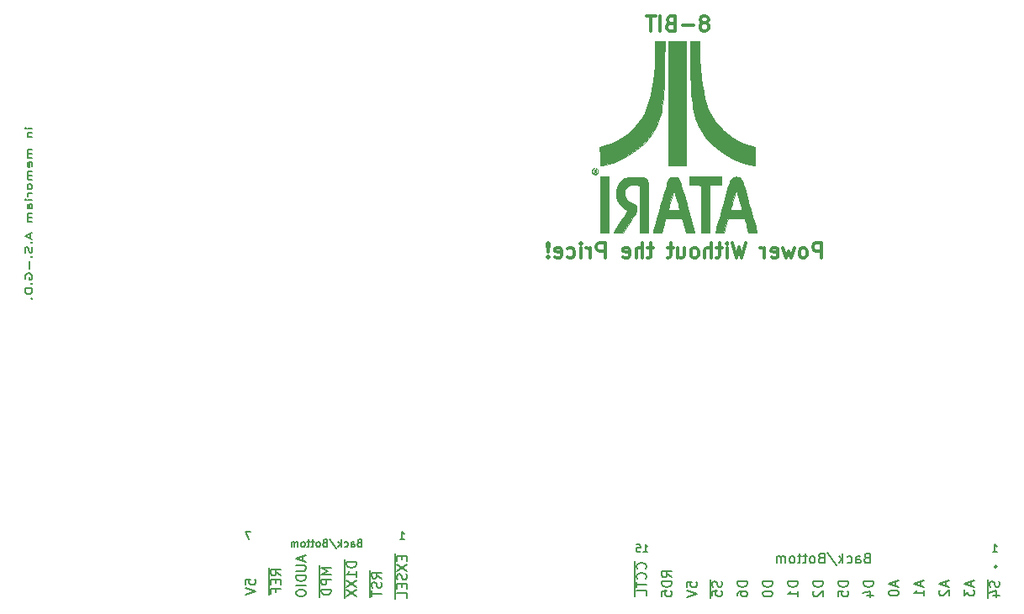
<source format=gbo>
G04 #@! TF.FileFunction,Legend,Bot*
%FSLAX46Y46*%
G04 Gerber Fmt 4.6, Leading zero omitted, Abs format (unit mm)*
G04 Created by KiCad (PCBNEW 4.0.2+dfsg1-stable) date Thu 10 Jan 2019 07:37:44 CET*
%MOMM*%
G01*
G04 APERTURE LIST*
%ADD10C,0.100000*%
%ADD11C,0.150000*%
%ADD12C,0.300000*%
%ADD13C,0.010000*%
G04 APERTURE END LIST*
D10*
D11*
X87946667Y-85408573D02*
X87480000Y-85408573D01*
X87246667Y-85408573D02*
X87280000Y-85360954D01*
X87313333Y-85408573D01*
X87280000Y-85456192D01*
X87246667Y-85408573D01*
X87313333Y-85408573D01*
X87480000Y-85884763D02*
X87946667Y-85884763D01*
X87546667Y-85884763D02*
X87513333Y-85932382D01*
X87480000Y-86027620D01*
X87480000Y-86170478D01*
X87513333Y-86265716D01*
X87580000Y-86313335D01*
X87946667Y-86313335D01*
X87946667Y-87551430D02*
X87480000Y-87551430D01*
X87546667Y-87551430D02*
X87513333Y-87599049D01*
X87480000Y-87694287D01*
X87480000Y-87837145D01*
X87513333Y-87932383D01*
X87580000Y-87980002D01*
X87946667Y-87980002D01*
X87580000Y-87980002D02*
X87513333Y-88027621D01*
X87480000Y-88122859D01*
X87480000Y-88265716D01*
X87513333Y-88360954D01*
X87580000Y-88408573D01*
X87946667Y-88408573D01*
X87913333Y-89265716D02*
X87946667Y-89170478D01*
X87946667Y-88980001D01*
X87913333Y-88884763D01*
X87846667Y-88837144D01*
X87580000Y-88837144D01*
X87513333Y-88884763D01*
X87480000Y-88980001D01*
X87480000Y-89170478D01*
X87513333Y-89265716D01*
X87580000Y-89313335D01*
X87646667Y-89313335D01*
X87713333Y-88837144D01*
X87946667Y-89741906D02*
X87480000Y-89741906D01*
X87546667Y-89741906D02*
X87513333Y-89789525D01*
X87480000Y-89884763D01*
X87480000Y-90027621D01*
X87513333Y-90122859D01*
X87580000Y-90170478D01*
X87946667Y-90170478D01*
X87580000Y-90170478D02*
X87513333Y-90218097D01*
X87480000Y-90313335D01*
X87480000Y-90456192D01*
X87513333Y-90551430D01*
X87580000Y-90599049D01*
X87946667Y-90599049D01*
X87946667Y-91218096D02*
X87913333Y-91122858D01*
X87880000Y-91075239D01*
X87813333Y-91027620D01*
X87613333Y-91027620D01*
X87546667Y-91075239D01*
X87513333Y-91122858D01*
X87480000Y-91218096D01*
X87480000Y-91360954D01*
X87513333Y-91456192D01*
X87546667Y-91503811D01*
X87613333Y-91551430D01*
X87813333Y-91551430D01*
X87880000Y-91503811D01*
X87913333Y-91456192D01*
X87946667Y-91360954D01*
X87946667Y-91218096D01*
X87946667Y-91980001D02*
X87480000Y-91980001D01*
X87613333Y-91980001D02*
X87546667Y-92027620D01*
X87513333Y-92075239D01*
X87480000Y-92170477D01*
X87480000Y-92265716D01*
X87946667Y-92599049D02*
X87480000Y-92599049D01*
X87246667Y-92599049D02*
X87280000Y-92551430D01*
X87313333Y-92599049D01*
X87280000Y-92646668D01*
X87246667Y-92599049D01*
X87313333Y-92599049D01*
X87946667Y-93503811D02*
X87580000Y-93503811D01*
X87513333Y-93456192D01*
X87480000Y-93360954D01*
X87480000Y-93170477D01*
X87513333Y-93075239D01*
X87913333Y-93503811D02*
X87946667Y-93408573D01*
X87946667Y-93170477D01*
X87913333Y-93075239D01*
X87846667Y-93027620D01*
X87780000Y-93027620D01*
X87713333Y-93075239D01*
X87680000Y-93170477D01*
X87680000Y-93408573D01*
X87646667Y-93503811D01*
X87946667Y-93980001D02*
X87480000Y-93980001D01*
X87546667Y-93980001D02*
X87513333Y-94027620D01*
X87480000Y-94122858D01*
X87480000Y-94265716D01*
X87513333Y-94360954D01*
X87580000Y-94408573D01*
X87946667Y-94408573D01*
X87580000Y-94408573D02*
X87513333Y-94456192D01*
X87480000Y-94551430D01*
X87480000Y-94694287D01*
X87513333Y-94789525D01*
X87580000Y-94837144D01*
X87946667Y-94837144D01*
X87746667Y-96027620D02*
X87746667Y-96503811D01*
X87946667Y-95932382D02*
X87246667Y-96265715D01*
X87946667Y-96599049D01*
X87880000Y-96932382D02*
X87913333Y-96980001D01*
X87946667Y-96932382D01*
X87913333Y-96884763D01*
X87880000Y-96932382D01*
X87946667Y-96932382D01*
X87913333Y-97360953D02*
X87946667Y-97503810D01*
X87946667Y-97741906D01*
X87913333Y-97837144D01*
X87880000Y-97884763D01*
X87813333Y-97932382D01*
X87746667Y-97932382D01*
X87680000Y-97884763D01*
X87646667Y-97837144D01*
X87613333Y-97741906D01*
X87580000Y-97551429D01*
X87546667Y-97456191D01*
X87513333Y-97408572D01*
X87446667Y-97360953D01*
X87380000Y-97360953D01*
X87313333Y-97408572D01*
X87280000Y-97456191D01*
X87246667Y-97551429D01*
X87246667Y-97789525D01*
X87280000Y-97932382D01*
X87880000Y-98360953D02*
X87913333Y-98408572D01*
X87946667Y-98360953D01*
X87913333Y-98313334D01*
X87880000Y-98360953D01*
X87946667Y-98360953D01*
X87680000Y-98837143D02*
X87680000Y-99599048D01*
X87280000Y-100599048D02*
X87246667Y-100503810D01*
X87246667Y-100360953D01*
X87280000Y-100218095D01*
X87346667Y-100122857D01*
X87413333Y-100075238D01*
X87546667Y-100027619D01*
X87646667Y-100027619D01*
X87780000Y-100075238D01*
X87846667Y-100122857D01*
X87913333Y-100218095D01*
X87946667Y-100360953D01*
X87946667Y-100456191D01*
X87913333Y-100599048D01*
X87880000Y-100646667D01*
X87646667Y-100646667D01*
X87646667Y-100456191D01*
X87880000Y-101075238D02*
X87913333Y-101122857D01*
X87946667Y-101075238D01*
X87913333Y-101027619D01*
X87880000Y-101075238D01*
X87946667Y-101075238D01*
X87946667Y-101551428D02*
X87246667Y-101551428D01*
X87246667Y-101789523D01*
X87280000Y-101932381D01*
X87346667Y-102027619D01*
X87413333Y-102075238D01*
X87546667Y-102122857D01*
X87646667Y-102122857D01*
X87780000Y-102075238D01*
X87846667Y-102027619D01*
X87913333Y-101932381D01*
X87946667Y-101789523D01*
X87946667Y-101551428D01*
X87880000Y-102551428D02*
X87913333Y-102599047D01*
X87946667Y-102551428D01*
X87913333Y-102503809D01*
X87880000Y-102551428D01*
X87946667Y-102551428D01*
D12*
X167420000Y-98468571D02*
X167420000Y-96968571D01*
X166848572Y-96968571D01*
X166705714Y-97040000D01*
X166634286Y-97111429D01*
X166562857Y-97254286D01*
X166562857Y-97468571D01*
X166634286Y-97611429D01*
X166705714Y-97682857D01*
X166848572Y-97754286D01*
X167420000Y-97754286D01*
X165705714Y-98468571D02*
X165848572Y-98397143D01*
X165920000Y-98325714D01*
X165991429Y-98182857D01*
X165991429Y-97754286D01*
X165920000Y-97611429D01*
X165848572Y-97540000D01*
X165705714Y-97468571D01*
X165491429Y-97468571D01*
X165348572Y-97540000D01*
X165277143Y-97611429D01*
X165205714Y-97754286D01*
X165205714Y-98182857D01*
X165277143Y-98325714D01*
X165348572Y-98397143D01*
X165491429Y-98468571D01*
X165705714Y-98468571D01*
X164705714Y-97468571D02*
X164420000Y-98468571D01*
X164134286Y-97754286D01*
X163848571Y-98468571D01*
X163562857Y-97468571D01*
X162420000Y-98397143D02*
X162562857Y-98468571D01*
X162848571Y-98468571D01*
X162991428Y-98397143D01*
X163062857Y-98254286D01*
X163062857Y-97682857D01*
X162991428Y-97540000D01*
X162848571Y-97468571D01*
X162562857Y-97468571D01*
X162420000Y-97540000D01*
X162348571Y-97682857D01*
X162348571Y-97825714D01*
X163062857Y-97968571D01*
X161705714Y-98468571D02*
X161705714Y-97468571D01*
X161705714Y-97754286D02*
X161634286Y-97611429D01*
X161562857Y-97540000D01*
X161420000Y-97468571D01*
X161277143Y-97468571D01*
X159777143Y-96968571D02*
X159420000Y-98468571D01*
X159134286Y-97397143D01*
X158848572Y-98468571D01*
X158491429Y-96968571D01*
X157920000Y-98468571D02*
X157920000Y-97468571D01*
X157920000Y-96968571D02*
X157991429Y-97040000D01*
X157920000Y-97111429D01*
X157848572Y-97040000D01*
X157920000Y-96968571D01*
X157920000Y-97111429D01*
X157420000Y-97468571D02*
X156848571Y-97468571D01*
X157205714Y-96968571D02*
X157205714Y-98254286D01*
X157134286Y-98397143D01*
X156991428Y-98468571D01*
X156848571Y-98468571D01*
X156348571Y-98468571D02*
X156348571Y-96968571D01*
X155705714Y-98468571D02*
X155705714Y-97682857D01*
X155777143Y-97540000D01*
X155920000Y-97468571D01*
X156134285Y-97468571D01*
X156277143Y-97540000D01*
X156348571Y-97611429D01*
X154777142Y-98468571D02*
X154920000Y-98397143D01*
X154991428Y-98325714D01*
X155062857Y-98182857D01*
X155062857Y-97754286D01*
X154991428Y-97611429D01*
X154920000Y-97540000D01*
X154777142Y-97468571D01*
X154562857Y-97468571D01*
X154420000Y-97540000D01*
X154348571Y-97611429D01*
X154277142Y-97754286D01*
X154277142Y-98182857D01*
X154348571Y-98325714D01*
X154420000Y-98397143D01*
X154562857Y-98468571D01*
X154777142Y-98468571D01*
X152991428Y-97468571D02*
X152991428Y-98468571D01*
X153634285Y-97468571D02*
X153634285Y-98254286D01*
X153562857Y-98397143D01*
X153419999Y-98468571D01*
X153205714Y-98468571D01*
X153062857Y-98397143D01*
X152991428Y-98325714D01*
X152491428Y-97468571D02*
X151919999Y-97468571D01*
X152277142Y-96968571D02*
X152277142Y-98254286D01*
X152205714Y-98397143D01*
X152062856Y-98468571D01*
X151919999Y-98468571D01*
X150491428Y-97468571D02*
X149919999Y-97468571D01*
X150277142Y-96968571D02*
X150277142Y-98254286D01*
X150205714Y-98397143D01*
X150062856Y-98468571D01*
X149919999Y-98468571D01*
X149419999Y-98468571D02*
X149419999Y-96968571D01*
X148777142Y-98468571D02*
X148777142Y-97682857D01*
X148848571Y-97540000D01*
X148991428Y-97468571D01*
X149205713Y-97468571D01*
X149348571Y-97540000D01*
X149419999Y-97611429D01*
X147491428Y-98397143D02*
X147634285Y-98468571D01*
X147919999Y-98468571D01*
X148062856Y-98397143D01*
X148134285Y-98254286D01*
X148134285Y-97682857D01*
X148062856Y-97540000D01*
X147919999Y-97468571D01*
X147634285Y-97468571D01*
X147491428Y-97540000D01*
X147419999Y-97682857D01*
X147419999Y-97825714D01*
X148134285Y-97968571D01*
X145634285Y-98468571D02*
X145634285Y-96968571D01*
X145062857Y-96968571D01*
X144919999Y-97040000D01*
X144848571Y-97111429D01*
X144777142Y-97254286D01*
X144777142Y-97468571D01*
X144848571Y-97611429D01*
X144919999Y-97682857D01*
X145062857Y-97754286D01*
X145634285Y-97754286D01*
X144134285Y-98468571D02*
X144134285Y-97468571D01*
X144134285Y-97754286D02*
X144062857Y-97611429D01*
X143991428Y-97540000D01*
X143848571Y-97468571D01*
X143705714Y-97468571D01*
X143205714Y-98468571D02*
X143205714Y-97468571D01*
X143205714Y-96968571D02*
X143277143Y-97040000D01*
X143205714Y-97111429D01*
X143134286Y-97040000D01*
X143205714Y-96968571D01*
X143205714Y-97111429D01*
X141848571Y-98397143D02*
X141991428Y-98468571D01*
X142277142Y-98468571D01*
X142420000Y-98397143D01*
X142491428Y-98325714D01*
X142562857Y-98182857D01*
X142562857Y-97754286D01*
X142491428Y-97611429D01*
X142420000Y-97540000D01*
X142277142Y-97468571D01*
X141991428Y-97468571D01*
X141848571Y-97540000D01*
X140634286Y-98397143D02*
X140777143Y-98468571D01*
X141062857Y-98468571D01*
X141205714Y-98397143D01*
X141277143Y-98254286D01*
X141277143Y-97682857D01*
X141205714Y-97540000D01*
X141062857Y-97468571D01*
X140777143Y-97468571D01*
X140634286Y-97540000D01*
X140562857Y-97682857D01*
X140562857Y-97825714D01*
X141277143Y-97968571D01*
X139920000Y-98325714D02*
X139848572Y-98397143D01*
X139920000Y-98468571D01*
X139991429Y-98397143D01*
X139920000Y-98325714D01*
X139920000Y-98468571D01*
X139920000Y-97897143D02*
X139991429Y-97040000D01*
X139920000Y-96968571D01*
X139848572Y-97040000D01*
X139920000Y-97897143D01*
X139920000Y-96968571D01*
X155784999Y-74751429D02*
X155927857Y-74680000D01*
X155999285Y-74608571D01*
X156070714Y-74465714D01*
X156070714Y-74394286D01*
X155999285Y-74251429D01*
X155927857Y-74180000D01*
X155784999Y-74108571D01*
X155499285Y-74108571D01*
X155356428Y-74180000D01*
X155284999Y-74251429D01*
X155213571Y-74394286D01*
X155213571Y-74465714D01*
X155284999Y-74608571D01*
X155356428Y-74680000D01*
X155499285Y-74751429D01*
X155784999Y-74751429D01*
X155927857Y-74822857D01*
X155999285Y-74894286D01*
X156070714Y-75037143D01*
X156070714Y-75322857D01*
X155999285Y-75465714D01*
X155927857Y-75537143D01*
X155784999Y-75608571D01*
X155499285Y-75608571D01*
X155356428Y-75537143D01*
X155284999Y-75465714D01*
X155213571Y-75322857D01*
X155213571Y-75037143D01*
X155284999Y-74894286D01*
X155356428Y-74822857D01*
X155499285Y-74751429D01*
X154570714Y-75037143D02*
X153427857Y-75037143D01*
X152213571Y-74822857D02*
X151999285Y-74894286D01*
X151927857Y-74965714D01*
X151856428Y-75108571D01*
X151856428Y-75322857D01*
X151927857Y-75465714D01*
X151999285Y-75537143D01*
X152142143Y-75608571D01*
X152713571Y-75608571D01*
X152713571Y-74108571D01*
X152213571Y-74108571D01*
X152070714Y-74180000D01*
X151999285Y-74251429D01*
X151927857Y-74394286D01*
X151927857Y-74537143D01*
X151999285Y-74680000D01*
X152070714Y-74751429D01*
X152213571Y-74822857D01*
X152713571Y-74822857D01*
X151213571Y-75608571D02*
X151213571Y-74108571D01*
X150713571Y-74108571D02*
X149856428Y-74108571D01*
X150284999Y-75608571D02*
X150284999Y-74108571D01*
D11*
X185117490Y-129603500D02*
G75*
G03X185117490Y-129603500I-141990J0D01*
G01*
X185039000Y-129603500D02*
G75*
G03X185039000Y-129603500I-63500J0D01*
G01*
D13*
G36*
X158611950Y-90333784D02*
X158420492Y-90441839D01*
X158276369Y-90619184D01*
X158196716Y-90810389D01*
X158169535Y-90903989D01*
X158123501Y-91064794D01*
X158060996Y-91284362D01*
X157984397Y-91554253D01*
X157896084Y-91866024D01*
X157798437Y-92211237D01*
X157693834Y-92581448D01*
X157584654Y-92968218D01*
X157473277Y-93363106D01*
X157362083Y-93757670D01*
X157253449Y-94143469D01*
X157149755Y-94512064D01*
X157053382Y-94855012D01*
X156966706Y-95163872D01*
X156892109Y-95430205D01*
X156831968Y-95645568D01*
X156788664Y-95801521D01*
X156764575Y-95889623D01*
X156760333Y-95906451D01*
X156799673Y-95915228D01*
X156905727Y-95922187D01*
X157060549Y-95926440D01*
X157182448Y-95927333D01*
X157604563Y-95927333D01*
X157687575Y-95641583D01*
X157736985Y-95470299D01*
X157798976Y-95253693D01*
X157863207Y-95027946D01*
X157890233Y-94932500D01*
X158009880Y-94509166D01*
X158831966Y-94497642D01*
X159088008Y-94495703D01*
X159314946Y-94497119D01*
X159499227Y-94501548D01*
X159627299Y-94508651D01*
X159685607Y-94518087D01*
X159687058Y-94519124D01*
X159708860Y-94569205D01*
X159748145Y-94686723D01*
X159800470Y-94857337D01*
X159861394Y-95066705D01*
X159906919Y-95229148D01*
X160093776Y-95906166D01*
X160522555Y-95918230D01*
X160701442Y-95921283D01*
X160843742Y-95919941D01*
X160931666Y-95914599D01*
X160951333Y-95908701D01*
X160940119Y-95862821D01*
X160908093Y-95744099D01*
X160857681Y-95561109D01*
X160791309Y-95322422D01*
X160711401Y-95036613D01*
X160620384Y-94712254D01*
X160520683Y-94357919D01*
X160414723Y-93982182D01*
X160314414Y-93627176D01*
X159457048Y-93627176D01*
X159450572Y-93649705D01*
X159404021Y-93665616D01*
X159306830Y-93675907D01*
X159148436Y-93681572D01*
X158918278Y-93683607D01*
X158857510Y-93683666D01*
X158616354Y-93682939D01*
X158447761Y-93679762D01*
X158339632Y-93672640D01*
X158279868Y-93660077D01*
X158256372Y-93640580D01*
X158257044Y-93612653D01*
X158257903Y-93609583D01*
X158276543Y-93545381D01*
X158314273Y-93415205D01*
X158366644Y-93234409D01*
X158429210Y-93018350D01*
X158475583Y-92858166D01*
X158549086Y-92604391D01*
X158621732Y-92353819D01*
X158687060Y-92128726D01*
X158738606Y-91951387D01*
X158757422Y-91886793D01*
X158807388Y-91731859D01*
X158845165Y-91654518D01*
X158873761Y-91649074D01*
X158878915Y-91656592D01*
X158900330Y-91714482D01*
X158940598Y-91841415D01*
X158995961Y-92024843D01*
X159062663Y-92252218D01*
X159136947Y-92510991D01*
X159175006Y-92645559D01*
X159250942Y-92914501D01*
X159320080Y-93157715D01*
X159378856Y-93362793D01*
X159423705Y-93517329D01*
X159451061Y-93608912D01*
X159457048Y-93627176D01*
X160314414Y-93627176D01*
X160304930Y-93593614D01*
X160193730Y-93200791D01*
X160083547Y-92812284D01*
X159976808Y-92436667D01*
X159875938Y-92082513D01*
X159783362Y-91758395D01*
X159701507Y-91472888D01*
X159632796Y-91234563D01*
X159579657Y-91051994D01*
X159544514Y-90933755D01*
X159536638Y-90908283D01*
X159438902Y-90654877D01*
X159324680Y-90476578D01*
X159183436Y-90364036D01*
X159004633Y-90307900D01*
X158848033Y-90297158D01*
X158611950Y-90333784D01*
X158611950Y-90333784D01*
G37*
X158611950Y-90333784D02*
X158420492Y-90441839D01*
X158276369Y-90619184D01*
X158196716Y-90810389D01*
X158169535Y-90903989D01*
X158123501Y-91064794D01*
X158060996Y-91284362D01*
X157984397Y-91554253D01*
X157896084Y-91866024D01*
X157798437Y-92211237D01*
X157693834Y-92581448D01*
X157584654Y-92968218D01*
X157473277Y-93363106D01*
X157362083Y-93757670D01*
X157253449Y-94143469D01*
X157149755Y-94512064D01*
X157053382Y-94855012D01*
X156966706Y-95163872D01*
X156892109Y-95430205D01*
X156831968Y-95645568D01*
X156788664Y-95801521D01*
X156764575Y-95889623D01*
X156760333Y-95906451D01*
X156799673Y-95915228D01*
X156905727Y-95922187D01*
X157060549Y-95926440D01*
X157182448Y-95927333D01*
X157604563Y-95927333D01*
X157687575Y-95641583D01*
X157736985Y-95470299D01*
X157798976Y-95253693D01*
X157863207Y-95027946D01*
X157890233Y-94932500D01*
X158009880Y-94509166D01*
X158831966Y-94497642D01*
X159088008Y-94495703D01*
X159314946Y-94497119D01*
X159499227Y-94501548D01*
X159627299Y-94508651D01*
X159685607Y-94518087D01*
X159687058Y-94519124D01*
X159708860Y-94569205D01*
X159748145Y-94686723D01*
X159800470Y-94857337D01*
X159861394Y-95066705D01*
X159906919Y-95229148D01*
X160093776Y-95906166D01*
X160522555Y-95918230D01*
X160701442Y-95921283D01*
X160843742Y-95919941D01*
X160931666Y-95914599D01*
X160951333Y-95908701D01*
X160940119Y-95862821D01*
X160908093Y-95744099D01*
X160857681Y-95561109D01*
X160791309Y-95322422D01*
X160711401Y-95036613D01*
X160620384Y-94712254D01*
X160520683Y-94357919D01*
X160414723Y-93982182D01*
X160314414Y-93627176D01*
X159457048Y-93627176D01*
X159450572Y-93649705D01*
X159404021Y-93665616D01*
X159306830Y-93675907D01*
X159148436Y-93681572D01*
X158918278Y-93683607D01*
X158857510Y-93683666D01*
X158616354Y-93682939D01*
X158447761Y-93679762D01*
X158339632Y-93672640D01*
X158279868Y-93660077D01*
X158256372Y-93640580D01*
X158257044Y-93612653D01*
X158257903Y-93609583D01*
X158276543Y-93545381D01*
X158314273Y-93415205D01*
X158366644Y-93234409D01*
X158429210Y-93018350D01*
X158475583Y-92858166D01*
X158549086Y-92604391D01*
X158621732Y-92353819D01*
X158687060Y-92128726D01*
X158738606Y-91951387D01*
X158757422Y-91886793D01*
X158807388Y-91731859D01*
X158845165Y-91654518D01*
X158873761Y-91649074D01*
X158878915Y-91656592D01*
X158900330Y-91714482D01*
X158940598Y-91841415D01*
X158995961Y-92024843D01*
X159062663Y-92252218D01*
X159136947Y-92510991D01*
X159175006Y-92645559D01*
X159250942Y-92914501D01*
X159320080Y-93157715D01*
X159378856Y-93362793D01*
X159423705Y-93517329D01*
X159451061Y-93608912D01*
X159457048Y-93627176D01*
X160314414Y-93627176D01*
X160304930Y-93593614D01*
X160193730Y-93200791D01*
X160083547Y-92812284D01*
X159976808Y-92436667D01*
X159875938Y-92082513D01*
X159783362Y-91758395D01*
X159701507Y-91472888D01*
X159632796Y-91234563D01*
X159579657Y-91051994D01*
X159544514Y-90933755D01*
X159536638Y-90908283D01*
X159438902Y-90654877D01*
X159324680Y-90476578D01*
X159183436Y-90364036D01*
X159004633Y-90307900D01*
X158848033Y-90297158D01*
X158611950Y-90333784D01*
G36*
X154135666Y-91101333D02*
X154340830Y-91101333D01*
X154479646Y-91104461D01*
X154668455Y-91112783D01*
X154872854Y-91124700D01*
X154933496Y-91128839D01*
X155321000Y-91156344D01*
X155321000Y-95927333D01*
X156167666Y-95927333D01*
X156167666Y-91101333D01*
X157353000Y-91101333D01*
X157353000Y-90297000D01*
X154135666Y-90297000D01*
X154135666Y-91101333D01*
X154135666Y-91101333D01*
G37*
X154135666Y-91101333D02*
X154340830Y-91101333D01*
X154479646Y-91104461D01*
X154668455Y-91112783D01*
X154872854Y-91124700D01*
X154933496Y-91128839D01*
X155321000Y-91156344D01*
X155321000Y-95927333D01*
X156167666Y-95927333D01*
X156167666Y-91101333D01*
X157353000Y-91101333D01*
X157353000Y-90297000D01*
X154135666Y-90297000D01*
X154135666Y-91101333D01*
G36*
X152346270Y-90329875D02*
X152248315Y-90365006D01*
X152125648Y-90450190D01*
X152024403Y-90563585D01*
X152020495Y-90569746D01*
X151997762Y-90628081D01*
X151954706Y-90759358D01*
X151893785Y-90955032D01*
X151817457Y-91206560D01*
X151728180Y-91505397D01*
X151628411Y-91842999D01*
X151520609Y-92210823D01*
X151407231Y-92600323D01*
X151290735Y-93002955D01*
X151173579Y-93410177D01*
X151058220Y-93813442D01*
X150947118Y-94204208D01*
X150842729Y-94573930D01*
X150747511Y-94914064D01*
X150663923Y-95216066D01*
X150594422Y-95471391D01*
X150541465Y-95671496D01*
X150507512Y-95807836D01*
X150495018Y-95871867D01*
X150495000Y-95872789D01*
X150518270Y-95899471D01*
X150595323Y-95916492D01*
X150737018Y-95925276D01*
X150910605Y-95927333D01*
X151326209Y-95927333D01*
X151506121Y-95281750D01*
X151569210Y-95055480D01*
X151625417Y-94854106D01*
X151670300Y-94693531D01*
X151699414Y-94589655D01*
X151707202Y-94562083D01*
X151721143Y-94536408D01*
X151753686Y-94517413D01*
X151816069Y-94504109D01*
X151919533Y-94495506D01*
X152075313Y-94490614D01*
X152294651Y-94488444D01*
X152548521Y-94488000D01*
X152855715Y-94489572D01*
X153086288Y-94494618D01*
X153248230Y-94503632D01*
X153349535Y-94517106D01*
X153398194Y-94535534D01*
X153402918Y-94540735D01*
X153425930Y-94597762D01*
X153467325Y-94721153D01*
X153522317Y-94895837D01*
X153586117Y-95106746D01*
X153628208Y-95249819D01*
X153819249Y-95906166D01*
X154231458Y-95918282D01*
X154428020Y-95921661D01*
X154553383Y-95916907D01*
X154620750Y-95902544D01*
X154643327Y-95877099D01*
X154643666Y-95872243D01*
X154632559Y-95819965D01*
X154600858Y-95695196D01*
X154550997Y-95506922D01*
X154485410Y-95264129D01*
X154406531Y-94975801D01*
X154316793Y-94650923D01*
X154218630Y-94298481D01*
X154181756Y-94166794D01*
X154032958Y-93636249D01*
X153162000Y-93636249D01*
X153127031Y-93657450D01*
X153019481Y-93672208D01*
X152835388Y-93680842D01*
X152570788Y-93683666D01*
X152569333Y-93683666D01*
X152356335Y-93681368D01*
X152177295Y-93675056D01*
X152047360Y-93665605D01*
X151981675Y-93653890D01*
X151976666Y-93649448D01*
X151988080Y-93593476D01*
X152019653Y-93471545D01*
X152067382Y-93297372D01*
X152127266Y-93084674D01*
X152195303Y-92847169D01*
X152267491Y-92598573D01*
X152339826Y-92352603D01*
X152408309Y-92122976D01*
X152468935Y-91923410D01*
X152517703Y-91767622D01*
X152550611Y-91669327D01*
X152562488Y-91641578D01*
X152580286Y-91673161D01*
X152617104Y-91773086D01*
X152668989Y-91928203D01*
X152731991Y-92125365D01*
X152802155Y-92351423D01*
X152875532Y-92593227D01*
X152948168Y-92837628D01*
X153016112Y-93071478D01*
X153075411Y-93281628D01*
X153122115Y-93454929D01*
X153152270Y-93578233D01*
X153162000Y-93636249D01*
X154032958Y-93636249D01*
X154004790Y-93535815D01*
X153848988Y-92981233D01*
X153712634Y-92497928D01*
X153594013Y-92080780D01*
X153491409Y-91724668D01*
X153403106Y-91424473D01*
X153327390Y-91175075D01*
X153262543Y-90971353D01*
X153206852Y-90808189D01*
X153158599Y-90680460D01*
X153116070Y-90583049D01*
X153077549Y-90510834D01*
X153041320Y-90458697D01*
X153005669Y-90421515D01*
X152968878Y-90394171D01*
X152929233Y-90371543D01*
X152906015Y-90359473D01*
X152742149Y-90310456D01*
X152542536Y-90300700D01*
X152346270Y-90329875D01*
X152346270Y-90329875D01*
G37*
X152346270Y-90329875D02*
X152248315Y-90365006D01*
X152125648Y-90450190D01*
X152024403Y-90563585D01*
X152020495Y-90569746D01*
X151997762Y-90628081D01*
X151954706Y-90759358D01*
X151893785Y-90955032D01*
X151817457Y-91206560D01*
X151728180Y-91505397D01*
X151628411Y-91842999D01*
X151520609Y-92210823D01*
X151407231Y-92600323D01*
X151290735Y-93002955D01*
X151173579Y-93410177D01*
X151058220Y-93813442D01*
X150947118Y-94204208D01*
X150842729Y-94573930D01*
X150747511Y-94914064D01*
X150663923Y-95216066D01*
X150594422Y-95471391D01*
X150541465Y-95671496D01*
X150507512Y-95807836D01*
X150495018Y-95871867D01*
X150495000Y-95872789D01*
X150518270Y-95899471D01*
X150595323Y-95916492D01*
X150737018Y-95925276D01*
X150910605Y-95927333D01*
X151326209Y-95927333D01*
X151506121Y-95281750D01*
X151569210Y-95055480D01*
X151625417Y-94854106D01*
X151670300Y-94693531D01*
X151699414Y-94589655D01*
X151707202Y-94562083D01*
X151721143Y-94536408D01*
X151753686Y-94517413D01*
X151816069Y-94504109D01*
X151919533Y-94495506D01*
X152075313Y-94490614D01*
X152294651Y-94488444D01*
X152548521Y-94488000D01*
X152855715Y-94489572D01*
X153086288Y-94494618D01*
X153248230Y-94503632D01*
X153349535Y-94517106D01*
X153398194Y-94535534D01*
X153402918Y-94540735D01*
X153425930Y-94597762D01*
X153467325Y-94721153D01*
X153522317Y-94895837D01*
X153586117Y-95106746D01*
X153628208Y-95249819D01*
X153819249Y-95906166D01*
X154231458Y-95918282D01*
X154428020Y-95921661D01*
X154553383Y-95916907D01*
X154620750Y-95902544D01*
X154643327Y-95877099D01*
X154643666Y-95872243D01*
X154632559Y-95819965D01*
X154600858Y-95695196D01*
X154550997Y-95506922D01*
X154485410Y-95264129D01*
X154406531Y-94975801D01*
X154316793Y-94650923D01*
X154218630Y-94298481D01*
X154181756Y-94166794D01*
X154032958Y-93636249D01*
X153162000Y-93636249D01*
X153127031Y-93657450D01*
X153019481Y-93672208D01*
X152835388Y-93680842D01*
X152570788Y-93683666D01*
X152569333Y-93683666D01*
X152356335Y-93681368D01*
X152177295Y-93675056D01*
X152047360Y-93665605D01*
X151981675Y-93653890D01*
X151976666Y-93649448D01*
X151988080Y-93593476D01*
X152019653Y-93471545D01*
X152067382Y-93297372D01*
X152127266Y-93084674D01*
X152195303Y-92847169D01*
X152267491Y-92598573D01*
X152339826Y-92352603D01*
X152408309Y-92122976D01*
X152468935Y-91923410D01*
X152517703Y-91767622D01*
X152550611Y-91669327D01*
X152562488Y-91641578D01*
X152580286Y-91673161D01*
X152617104Y-91773086D01*
X152668989Y-91928203D01*
X152731991Y-92125365D01*
X152802155Y-92351423D01*
X152875532Y-92593227D01*
X152948168Y-92837628D01*
X153016112Y-93071478D01*
X153075411Y-93281628D01*
X153122115Y-93454929D01*
X153152270Y-93578233D01*
X153162000Y-93636249D01*
X154032958Y-93636249D01*
X154004790Y-93535815D01*
X153848988Y-92981233D01*
X153712634Y-92497928D01*
X153594013Y-92080780D01*
X153491409Y-91724668D01*
X153403106Y-91424473D01*
X153327390Y-91175075D01*
X153262543Y-90971353D01*
X153206852Y-90808189D01*
X153158599Y-90680460D01*
X153116070Y-90583049D01*
X153077549Y-90510834D01*
X153041320Y-90458697D01*
X153005669Y-90421515D01*
X152968878Y-90394171D01*
X152929233Y-90371543D01*
X152906015Y-90359473D01*
X152742149Y-90310456D01*
X152542536Y-90300700D01*
X152346270Y-90329875D01*
G36*
X148966969Y-90301346D02*
X148694056Y-90305165D01*
X148674666Y-90305478D01*
X148397503Y-90310440D01*
X148189919Y-90316349D01*
X148036835Y-90325146D01*
X147923170Y-90338769D01*
X147833843Y-90359161D01*
X147753774Y-90388260D01*
X147667883Y-90428007D01*
X147648480Y-90437502D01*
X147348338Y-90630948D01*
X147101770Y-90889458D01*
X146922546Y-91186000D01*
X146866216Y-91308705D01*
X146828736Y-91411901D01*
X146806285Y-91518305D01*
X146795043Y-91650635D01*
X146791189Y-91831609D01*
X146790833Y-91969166D01*
X146792387Y-92191670D01*
X146799381Y-92351984D01*
X146815314Y-92472560D01*
X146843682Y-92575852D01*
X146887984Y-92684315D01*
X146909542Y-92731166D01*
X147028902Y-92948197D01*
X147174222Y-93130061D01*
X147365324Y-93298206D01*
X147558795Y-93433550D01*
X147690129Y-93525025D01*
X147791540Y-93606661D01*
X147842883Y-93662100D01*
X147844484Y-93665563D01*
X147853093Y-93703954D01*
X147848197Y-93752127D01*
X147825316Y-93818004D01*
X147779970Y-93909506D01*
X147707679Y-94034553D01*
X147603964Y-94201066D01*
X147464344Y-94416968D01*
X147284340Y-94690179D01*
X147153647Y-94887078D01*
X146985685Y-95141136D01*
X146834280Y-95372888D01*
X146705507Y-95572817D01*
X146605438Y-95731402D01*
X146540148Y-95839124D01*
X146515709Y-95886467D01*
X146515666Y-95886995D01*
X146555486Y-95904056D01*
X146664964Y-95917297D01*
X146829130Y-95925406D01*
X146976478Y-95927333D01*
X147437289Y-95927333D01*
X148127314Y-94879583D01*
X148325755Y-94577565D01*
X148482334Y-94336699D01*
X148602170Y-94147701D01*
X148690380Y-94001287D01*
X148752082Y-93888172D01*
X148792393Y-93799070D01*
X148816431Y-93724698D01*
X148829315Y-93655770D01*
X148835266Y-93595204D01*
X148838141Y-93414198D01*
X148807767Y-93274960D01*
X148732750Y-93161408D01*
X148601698Y-93057459D01*
X148403219Y-92947031D01*
X148361308Y-92926140D01*
X148087336Y-92767676D01*
X147869046Y-92592890D01*
X147715621Y-92410731D01*
X147636247Y-92230149D01*
X147633533Y-92216912D01*
X147621498Y-92092467D01*
X147619722Y-91928146D01*
X147624676Y-91818981D01*
X147663912Y-91593180D01*
X147753231Y-91419334D01*
X147906462Y-91272887D01*
X147949355Y-91242430D01*
X148085219Y-91182219D01*
X148277936Y-91137799D01*
X148500643Y-91112331D01*
X148726471Y-91108980D01*
X148916301Y-91128585D01*
X149041360Y-91157633D01*
X149107263Y-91197185D01*
X149139192Y-91265211D01*
X149145551Y-91292175D01*
X149150820Y-91357919D01*
X149155937Y-91499970D01*
X149160791Y-91709970D01*
X149165267Y-91979558D01*
X149169255Y-92300376D01*
X149172640Y-92664065D01*
X149175310Y-93062265D01*
X149177152Y-93486616D01*
X149177658Y-93673083D01*
X149182666Y-95927333D01*
X149987000Y-95927333D01*
X149987000Y-93354922D01*
X149987105Y-92801446D01*
X149986931Y-92326274D01*
X149985746Y-91923042D01*
X149982814Y-91585389D01*
X149977403Y-91306952D01*
X149968780Y-91081370D01*
X149956210Y-90902279D01*
X149938961Y-90763319D01*
X149916299Y-90658126D01*
X149887490Y-90580338D01*
X149851801Y-90523593D01*
X149808499Y-90481529D01*
X149756850Y-90447784D01*
X149696120Y-90415995D01*
X149645201Y-90390145D01*
X149574944Y-90355816D01*
X149506618Y-90330960D01*
X149425940Y-90314331D01*
X149318628Y-90304683D01*
X149170399Y-90300770D01*
X148966969Y-90301346D01*
X148966969Y-90301346D01*
G37*
X148966969Y-90301346D02*
X148694056Y-90305165D01*
X148674666Y-90305478D01*
X148397503Y-90310440D01*
X148189919Y-90316349D01*
X148036835Y-90325146D01*
X147923170Y-90338769D01*
X147833843Y-90359161D01*
X147753774Y-90388260D01*
X147667883Y-90428007D01*
X147648480Y-90437502D01*
X147348338Y-90630948D01*
X147101770Y-90889458D01*
X146922546Y-91186000D01*
X146866216Y-91308705D01*
X146828736Y-91411901D01*
X146806285Y-91518305D01*
X146795043Y-91650635D01*
X146791189Y-91831609D01*
X146790833Y-91969166D01*
X146792387Y-92191670D01*
X146799381Y-92351984D01*
X146815314Y-92472560D01*
X146843682Y-92575852D01*
X146887984Y-92684315D01*
X146909542Y-92731166D01*
X147028902Y-92948197D01*
X147174222Y-93130061D01*
X147365324Y-93298206D01*
X147558795Y-93433550D01*
X147690129Y-93525025D01*
X147791540Y-93606661D01*
X147842883Y-93662100D01*
X147844484Y-93665563D01*
X147853093Y-93703954D01*
X147848197Y-93752127D01*
X147825316Y-93818004D01*
X147779970Y-93909506D01*
X147707679Y-94034553D01*
X147603964Y-94201066D01*
X147464344Y-94416968D01*
X147284340Y-94690179D01*
X147153647Y-94887078D01*
X146985685Y-95141136D01*
X146834280Y-95372888D01*
X146705507Y-95572817D01*
X146605438Y-95731402D01*
X146540148Y-95839124D01*
X146515709Y-95886467D01*
X146515666Y-95886995D01*
X146555486Y-95904056D01*
X146664964Y-95917297D01*
X146829130Y-95925406D01*
X146976478Y-95927333D01*
X147437289Y-95927333D01*
X148127314Y-94879583D01*
X148325755Y-94577565D01*
X148482334Y-94336699D01*
X148602170Y-94147701D01*
X148690380Y-94001287D01*
X148752082Y-93888172D01*
X148792393Y-93799070D01*
X148816431Y-93724698D01*
X148829315Y-93655770D01*
X148835266Y-93595204D01*
X148838141Y-93414198D01*
X148807767Y-93274960D01*
X148732750Y-93161408D01*
X148601698Y-93057459D01*
X148403219Y-92947031D01*
X148361308Y-92926140D01*
X148087336Y-92767676D01*
X147869046Y-92592890D01*
X147715621Y-92410731D01*
X147636247Y-92230149D01*
X147633533Y-92216912D01*
X147621498Y-92092467D01*
X147619722Y-91928146D01*
X147624676Y-91818981D01*
X147663912Y-91593180D01*
X147753231Y-91419334D01*
X147906462Y-91272887D01*
X147949355Y-91242430D01*
X148085219Y-91182219D01*
X148277936Y-91137799D01*
X148500643Y-91112331D01*
X148726471Y-91108980D01*
X148916301Y-91128585D01*
X149041360Y-91157633D01*
X149107263Y-91197185D01*
X149139192Y-91265211D01*
X149145551Y-91292175D01*
X149150820Y-91357919D01*
X149155937Y-91499970D01*
X149160791Y-91709970D01*
X149165267Y-91979558D01*
X149169255Y-92300376D01*
X149172640Y-92664065D01*
X149175310Y-93062265D01*
X149177152Y-93486616D01*
X149177658Y-93673083D01*
X149182666Y-95927333D01*
X149987000Y-95927333D01*
X149987000Y-93354922D01*
X149987105Y-92801446D01*
X149986931Y-92326274D01*
X149985746Y-91923042D01*
X149982814Y-91585389D01*
X149977403Y-91306952D01*
X149968780Y-91081370D01*
X149956210Y-90902279D01*
X149938961Y-90763319D01*
X149916299Y-90658126D01*
X149887490Y-90580338D01*
X149851801Y-90523593D01*
X149808499Y-90481529D01*
X149756850Y-90447784D01*
X149696120Y-90415995D01*
X149645201Y-90390145D01*
X149574944Y-90355816D01*
X149506618Y-90330960D01*
X149425940Y-90314331D01*
X149318628Y-90304683D01*
X149170399Y-90300770D01*
X148966969Y-90301346D01*
G36*
X145161000Y-95927333D02*
X145556111Y-95927333D01*
X145731357Y-95924487D01*
X145873276Y-95916853D01*
X145961513Y-95905790D01*
X145979444Y-95899111D01*
X145984282Y-95853012D01*
X145988858Y-95729327D01*
X145993101Y-95535135D01*
X145996940Y-95277516D01*
X146000304Y-94963550D01*
X146003122Y-94600316D01*
X146005324Y-94194895D01*
X146006838Y-93754365D01*
X146007593Y-93285807D01*
X146007666Y-93083944D01*
X146007666Y-90297000D01*
X145161000Y-90297000D01*
X145161000Y-95927333D01*
X145161000Y-95927333D01*
G37*
X145161000Y-95927333D02*
X145556111Y-95927333D01*
X145731357Y-95924487D01*
X145873276Y-95916853D01*
X145961513Y-95905790D01*
X145979444Y-95899111D01*
X145984282Y-95853012D01*
X145988858Y-95729327D01*
X145993101Y-95535135D01*
X145996940Y-95277516D01*
X146000304Y-94963550D01*
X146003122Y-94600316D01*
X146005324Y-94194895D01*
X146006838Y-93754365D01*
X146007593Y-93285807D01*
X146007666Y-93083944D01*
X146007666Y-90297000D01*
X145161000Y-90297000D01*
X145161000Y-95927333D01*
G36*
X144474726Y-89435703D02*
X144432414Y-89465712D01*
X144352536Y-89562937D01*
X144299843Y-89692908D01*
X144289662Y-89814472D01*
X144294591Y-89835820D01*
X144360355Y-89936724D01*
X144471724Y-90027268D01*
X144592263Y-90080494D01*
X144631833Y-90085333D01*
X144730986Y-90059685D01*
X144837307Y-89997973D01*
X144837791Y-89997594D01*
X144928657Y-89877898D01*
X144953828Y-89730995D01*
X144912995Y-89583465D01*
X144843667Y-89492823D01*
X144767330Y-89432394D01*
X144718596Y-89414279D01*
X144715346Y-89416209D01*
X144730059Y-89451990D01*
X144796898Y-89507129D01*
X144799845Y-89509074D01*
X144882414Y-89607456D01*
X144913381Y-89739379D01*
X144891840Y-89872441D01*
X144816888Y-89974239D01*
X144812914Y-89977099D01*
X144672947Y-90036460D01*
X144543852Y-90026832D01*
X144437472Y-89963886D01*
X144365647Y-89863295D01*
X144340221Y-89740730D01*
X144373033Y-89611864D01*
X144457805Y-89507133D01*
X144528167Y-89435901D01*
X144532045Y-89409217D01*
X144474726Y-89435703D01*
X144474726Y-89435703D01*
G37*
X144474726Y-89435703D02*
X144432414Y-89465712D01*
X144352536Y-89562937D01*
X144299843Y-89692908D01*
X144289662Y-89814472D01*
X144294591Y-89835820D01*
X144360355Y-89936724D01*
X144471724Y-90027268D01*
X144592263Y-90080494D01*
X144631833Y-90085333D01*
X144730986Y-90059685D01*
X144837307Y-89997973D01*
X144837791Y-89997594D01*
X144928657Y-89877898D01*
X144953828Y-89730995D01*
X144912995Y-89583465D01*
X144843667Y-89492823D01*
X144767330Y-89432394D01*
X144718596Y-89414279D01*
X144715346Y-89416209D01*
X144730059Y-89451990D01*
X144796898Y-89507129D01*
X144799845Y-89509074D01*
X144882414Y-89607456D01*
X144913381Y-89739379D01*
X144891840Y-89872441D01*
X144816888Y-89974239D01*
X144812914Y-89977099D01*
X144672947Y-90036460D01*
X144543852Y-90026832D01*
X144437472Y-89963886D01*
X144365647Y-89863295D01*
X144340221Y-89740730D01*
X144373033Y-89611864D01*
X144457805Y-89507133D01*
X144528167Y-89435901D01*
X144532045Y-89409217D01*
X144474726Y-89435703D01*
G36*
X144581253Y-89567444D02*
X144551415Y-89617864D01*
X144545590Y-89704385D01*
X144535293Y-89823841D01*
X144512445Y-89912357D01*
X144510615Y-89916052D01*
X144510112Y-89933829D01*
X144552969Y-89893566D01*
X144561310Y-89884250D01*
X144627531Y-89816656D01*
X144667425Y-89789000D01*
X144690856Y-89824787D01*
X144706107Y-89884250D01*
X144722738Y-89946239D01*
X144744453Y-89930032D01*
X144754368Y-89909446D01*
X144772610Y-89819405D01*
X144772597Y-89699882D01*
X144772399Y-89697779D01*
X144765192Y-89662000D01*
X144695333Y-89662000D01*
X144675827Y-89729143D01*
X144642416Y-89736083D01*
X144593257Y-89684088D01*
X144589500Y-89662000D01*
X144622883Y-89598435D01*
X144642416Y-89587916D01*
X144684904Y-89607564D01*
X144695333Y-89662000D01*
X144765192Y-89662000D01*
X144752608Y-89599528D01*
X144705453Y-89560957D01*
X144653000Y-89556166D01*
X144581253Y-89567444D01*
X144581253Y-89567444D01*
G37*
X144581253Y-89567444D02*
X144551415Y-89617864D01*
X144545590Y-89704385D01*
X144535293Y-89823841D01*
X144512445Y-89912357D01*
X144510615Y-89916052D01*
X144510112Y-89933829D01*
X144552969Y-89893566D01*
X144561310Y-89884250D01*
X144627531Y-89816656D01*
X144667425Y-89789000D01*
X144690856Y-89824787D01*
X144706107Y-89884250D01*
X144722738Y-89946239D01*
X144744453Y-89930032D01*
X144754368Y-89909446D01*
X144772610Y-89819405D01*
X144772597Y-89699882D01*
X144772399Y-89697779D01*
X144765192Y-89662000D01*
X144695333Y-89662000D01*
X144675827Y-89729143D01*
X144642416Y-89736083D01*
X144593257Y-89684088D01*
X144589500Y-89662000D01*
X144622883Y-89598435D01*
X144642416Y-89587916D01*
X144684904Y-89607564D01*
X144695333Y-89662000D01*
X144765192Y-89662000D01*
X144752608Y-89599528D01*
X144705453Y-89560957D01*
X144653000Y-89556166D01*
X144581253Y-89567444D01*
G36*
X154236165Y-78708249D02*
X154249843Y-79513256D01*
X154267340Y-80240119D01*
X154289548Y-80895312D01*
X154317360Y-81485308D01*
X154351670Y-82016581D01*
X154393369Y-82495603D01*
X154443352Y-82928847D01*
X154502511Y-83322786D01*
X154571738Y-83683894D01*
X154651927Y-84018643D01*
X154743971Y-84333507D01*
X154848763Y-84634959D01*
X154967195Y-84929471D01*
X155100161Y-85223518D01*
X155148842Y-85324544D01*
X155396076Y-85782939D01*
X155671477Y-86195587D01*
X155994079Y-86588826D01*
X156276145Y-86884567D01*
X156865612Y-87417660D01*
X157498069Y-87890161D01*
X158164686Y-88297208D01*
X158856631Y-88633941D01*
X159565075Y-88895500D01*
X160246824Y-89070221D01*
X160426699Y-89105617D01*
X160575746Y-89133615D01*
X160674286Y-89150591D01*
X160701908Y-89154000D01*
X160712933Y-89113597D01*
X160722646Y-89000102D01*
X160730587Y-88825085D01*
X160736295Y-88600117D01*
X160739310Y-88336768D01*
X160739666Y-88204501D01*
X160739666Y-87255002D01*
X160496250Y-87205036D01*
X159936391Y-87055489D01*
X159371323Y-86839858D01*
X158828559Y-86570147D01*
X158350525Y-86268998D01*
X157949186Y-85953107D01*
X157545891Y-85578994D01*
X157156859Y-85165017D01*
X156798313Y-84729537D01*
X156486472Y-84290914D01*
X156250267Y-83891850D01*
X156039732Y-83440057D01*
X155852720Y-82927932D01*
X155688742Y-82352645D01*
X155547306Y-81711364D01*
X155427921Y-81001261D01*
X155330097Y-80219504D01*
X155253341Y-79363263D01*
X155197164Y-78429708D01*
X155167430Y-77649916D01*
X155138358Y-76665666D01*
X154207039Y-76665666D01*
X154236165Y-78708249D01*
X154236165Y-78708249D01*
G37*
X154236165Y-78708249D02*
X154249843Y-79513256D01*
X154267340Y-80240119D01*
X154289548Y-80895312D01*
X154317360Y-81485308D01*
X154351670Y-82016581D01*
X154393369Y-82495603D01*
X154443352Y-82928847D01*
X154502511Y-83322786D01*
X154571738Y-83683894D01*
X154651927Y-84018643D01*
X154743971Y-84333507D01*
X154848763Y-84634959D01*
X154967195Y-84929471D01*
X155100161Y-85223518D01*
X155148842Y-85324544D01*
X155396076Y-85782939D01*
X155671477Y-86195587D01*
X155994079Y-86588826D01*
X156276145Y-86884567D01*
X156865612Y-87417660D01*
X157498069Y-87890161D01*
X158164686Y-88297208D01*
X158856631Y-88633941D01*
X159565075Y-88895500D01*
X160246824Y-89070221D01*
X160426699Y-89105617D01*
X160575746Y-89133615D01*
X160674286Y-89150591D01*
X160701908Y-89154000D01*
X160712933Y-89113597D01*
X160722646Y-89000102D01*
X160730587Y-88825085D01*
X160736295Y-88600117D01*
X160739310Y-88336768D01*
X160739666Y-88204501D01*
X160739666Y-87255002D01*
X160496250Y-87205036D01*
X159936391Y-87055489D01*
X159371323Y-86839858D01*
X158828559Y-86570147D01*
X158350525Y-86268998D01*
X157949186Y-85953107D01*
X157545891Y-85578994D01*
X157156859Y-85165017D01*
X156798313Y-84729537D01*
X156486472Y-84290914D01*
X156250267Y-83891850D01*
X156039732Y-83440057D01*
X155852720Y-82927932D01*
X155688742Y-82352645D01*
X155547306Y-81711364D01*
X155427921Y-81001261D01*
X155330097Y-80219504D01*
X155253341Y-79363263D01*
X155197164Y-78429708D01*
X155167430Y-77649916D01*
X155138358Y-76665666D01*
X154207039Y-76665666D01*
X154236165Y-78708249D01*
G36*
X152019000Y-89154000D02*
X153839333Y-89154000D01*
X153839333Y-76665666D01*
X152019000Y-76665666D01*
X152019000Y-89154000D01*
X152019000Y-89154000D01*
G37*
X152019000Y-89154000D02*
X153839333Y-89154000D01*
X153839333Y-76665666D01*
X152019000Y-76665666D01*
X152019000Y-89154000D01*
G36*
X150706449Y-77311250D02*
X150691531Y-78191580D01*
X150648323Y-79061673D01*
X150578255Y-79907928D01*
X150482755Y-80716744D01*
X150363252Y-81474522D01*
X150221174Y-82167660D01*
X150177087Y-82350117D01*
X150017659Y-82919313D01*
X149836681Y-83426508D01*
X149624621Y-83888380D01*
X149371948Y-84321606D01*
X149069128Y-84742865D01*
X148706630Y-85168834D01*
X148357166Y-85534344D01*
X147848894Y-86001980D01*
X147331990Y-86390758D01*
X146796237Y-86706471D01*
X146231415Y-86954913D01*
X145627306Y-87141876D01*
X145445952Y-87184837D01*
X145117070Y-87257854D01*
X145128452Y-88194788D01*
X145132955Y-88505033D01*
X145138458Y-88740472D01*
X145145742Y-88910963D01*
X145155587Y-89026365D01*
X145168776Y-89096539D01*
X145186088Y-89131343D01*
X145203333Y-89140333D01*
X145270971Y-89135736D01*
X145398952Y-89116207D01*
X145565009Y-89085361D01*
X145653046Y-89067313D01*
X146394835Y-88867958D01*
X147121275Y-88588407D01*
X147825030Y-88232748D01*
X148498764Y-87805072D01*
X149135144Y-87309468D01*
X149628198Y-86850986D01*
X150016370Y-86429051D01*
X150338199Y-86007493D01*
X150609098Y-85564678D01*
X150765217Y-85255107D01*
X150902098Y-84947268D01*
X151023891Y-84637898D01*
X151131479Y-84320376D01*
X151225743Y-83988082D01*
X151307565Y-83634394D01*
X151377825Y-83252693D01*
X151437407Y-82836357D01*
X151487190Y-82378765D01*
X151528058Y-81873297D01*
X151560891Y-81313331D01*
X151586570Y-80692248D01*
X151605979Y-80003426D01*
X151619997Y-79240245D01*
X151625658Y-78792916D01*
X151649007Y-76665666D01*
X150706666Y-76665666D01*
X150706449Y-77311250D01*
X150706449Y-77311250D01*
G37*
X150706449Y-77311250D02*
X150691531Y-78191580D01*
X150648323Y-79061673D01*
X150578255Y-79907928D01*
X150482755Y-80716744D01*
X150363252Y-81474522D01*
X150221174Y-82167660D01*
X150177087Y-82350117D01*
X150017659Y-82919313D01*
X149836681Y-83426508D01*
X149624621Y-83888380D01*
X149371948Y-84321606D01*
X149069128Y-84742865D01*
X148706630Y-85168834D01*
X148357166Y-85534344D01*
X147848894Y-86001980D01*
X147331990Y-86390758D01*
X146796237Y-86706471D01*
X146231415Y-86954913D01*
X145627306Y-87141876D01*
X145445952Y-87184837D01*
X145117070Y-87257854D01*
X145128452Y-88194788D01*
X145132955Y-88505033D01*
X145138458Y-88740472D01*
X145145742Y-88910963D01*
X145155587Y-89026365D01*
X145168776Y-89096539D01*
X145186088Y-89131343D01*
X145203333Y-89140333D01*
X145270971Y-89135736D01*
X145398952Y-89116207D01*
X145565009Y-89085361D01*
X145653046Y-89067313D01*
X146394835Y-88867958D01*
X147121275Y-88588407D01*
X147825030Y-88232748D01*
X148498764Y-87805072D01*
X149135144Y-87309468D01*
X149628198Y-86850986D01*
X150016370Y-86429051D01*
X150338199Y-86007493D01*
X150609098Y-85564678D01*
X150765217Y-85255107D01*
X150902098Y-84947268D01*
X151023891Y-84637898D01*
X151131479Y-84320376D01*
X151225743Y-83988082D01*
X151307565Y-83634394D01*
X151377825Y-83252693D01*
X151437407Y-82836357D01*
X151487190Y-82378765D01*
X151528058Y-81873297D01*
X151560891Y-81313331D01*
X151586570Y-80692248D01*
X151605979Y-80003426D01*
X151619997Y-79240245D01*
X151625658Y-78792916D01*
X151649007Y-76665666D01*
X150706666Y-76665666D01*
X150706449Y-77311250D01*
D11*
X149494857Y-128101286D02*
X149923429Y-128101286D01*
X149709143Y-128101286D02*
X149709143Y-127351286D01*
X149780572Y-127458429D01*
X149852000Y-127529857D01*
X149923429Y-127565571D01*
X148816286Y-127351286D02*
X149173429Y-127351286D01*
X149209143Y-127708429D01*
X149173429Y-127672714D01*
X149102000Y-127637000D01*
X148923429Y-127637000D01*
X148852000Y-127672714D01*
X148816286Y-127708429D01*
X148780571Y-127779857D01*
X148780571Y-127958429D01*
X148816286Y-128029857D01*
X148852000Y-128065571D01*
X148923429Y-128101286D01*
X149102000Y-128101286D01*
X149173429Y-128065571D01*
X149209143Y-128029857D01*
X184697714Y-128101286D02*
X185126286Y-128101286D01*
X184912000Y-128101286D02*
X184912000Y-127351286D01*
X184983429Y-127458429D01*
X185054857Y-127529857D01*
X185126286Y-127565571D01*
X172020952Y-128706571D02*
X171878095Y-128754190D01*
X171830476Y-128801810D01*
X171782857Y-128897048D01*
X171782857Y-129039905D01*
X171830476Y-129135143D01*
X171878095Y-129182762D01*
X171973333Y-129230381D01*
X172354286Y-129230381D01*
X172354286Y-128230381D01*
X172020952Y-128230381D01*
X171925714Y-128278000D01*
X171878095Y-128325619D01*
X171830476Y-128420857D01*
X171830476Y-128516095D01*
X171878095Y-128611333D01*
X171925714Y-128658952D01*
X172020952Y-128706571D01*
X172354286Y-128706571D01*
X170925714Y-129230381D02*
X170925714Y-128706571D01*
X170973333Y-128611333D01*
X171068571Y-128563714D01*
X171259048Y-128563714D01*
X171354286Y-128611333D01*
X170925714Y-129182762D02*
X171020952Y-129230381D01*
X171259048Y-129230381D01*
X171354286Y-129182762D01*
X171401905Y-129087524D01*
X171401905Y-128992286D01*
X171354286Y-128897048D01*
X171259048Y-128849429D01*
X171020952Y-128849429D01*
X170925714Y-128801810D01*
X170020952Y-129182762D02*
X170116190Y-129230381D01*
X170306667Y-129230381D01*
X170401905Y-129182762D01*
X170449524Y-129135143D01*
X170497143Y-129039905D01*
X170497143Y-128754190D01*
X170449524Y-128658952D01*
X170401905Y-128611333D01*
X170306667Y-128563714D01*
X170116190Y-128563714D01*
X170020952Y-128611333D01*
X169592381Y-129230381D02*
X169592381Y-128230381D01*
X169497143Y-128849429D02*
X169211428Y-129230381D01*
X169211428Y-128563714D02*
X169592381Y-128944667D01*
X168068571Y-128182762D02*
X168925714Y-129468476D01*
X167401904Y-128706571D02*
X167259047Y-128754190D01*
X167211428Y-128801810D01*
X167163809Y-128897048D01*
X167163809Y-129039905D01*
X167211428Y-129135143D01*
X167259047Y-129182762D01*
X167354285Y-129230381D01*
X167735238Y-129230381D01*
X167735238Y-128230381D01*
X167401904Y-128230381D01*
X167306666Y-128278000D01*
X167259047Y-128325619D01*
X167211428Y-128420857D01*
X167211428Y-128516095D01*
X167259047Y-128611333D01*
X167306666Y-128658952D01*
X167401904Y-128706571D01*
X167735238Y-128706571D01*
X166592381Y-129230381D02*
X166687619Y-129182762D01*
X166735238Y-129135143D01*
X166782857Y-129039905D01*
X166782857Y-128754190D01*
X166735238Y-128658952D01*
X166687619Y-128611333D01*
X166592381Y-128563714D01*
X166449523Y-128563714D01*
X166354285Y-128611333D01*
X166306666Y-128658952D01*
X166259047Y-128754190D01*
X166259047Y-129039905D01*
X166306666Y-129135143D01*
X166354285Y-129182762D01*
X166449523Y-129230381D01*
X166592381Y-129230381D01*
X165973333Y-128563714D02*
X165592381Y-128563714D01*
X165830476Y-128230381D02*
X165830476Y-129087524D01*
X165782857Y-129182762D01*
X165687619Y-129230381D01*
X165592381Y-129230381D01*
X165401904Y-128563714D02*
X165020952Y-128563714D01*
X165259047Y-128230381D02*
X165259047Y-129087524D01*
X165211428Y-129182762D01*
X165116190Y-129230381D01*
X165020952Y-129230381D01*
X164544761Y-129230381D02*
X164639999Y-129182762D01*
X164687618Y-129135143D01*
X164735237Y-129039905D01*
X164735237Y-128754190D01*
X164687618Y-128658952D01*
X164639999Y-128611333D01*
X164544761Y-128563714D01*
X164401903Y-128563714D01*
X164306665Y-128611333D01*
X164259046Y-128658952D01*
X164211427Y-128754190D01*
X164211427Y-129039905D01*
X164259046Y-129135143D01*
X164306665Y-129182762D01*
X164401903Y-129230381D01*
X164544761Y-129230381D01*
X163782856Y-129230381D02*
X163782856Y-128563714D01*
X163782856Y-128658952D02*
X163735237Y-128611333D01*
X163639999Y-128563714D01*
X163497141Y-128563714D01*
X163401903Y-128611333D01*
X163354284Y-128706571D01*
X163354284Y-129230381D01*
X163354284Y-128706571D02*
X163306665Y-128611333D01*
X163211427Y-128563714D01*
X163068570Y-128563714D01*
X162973332Y-128611333D01*
X162925713Y-128706571D01*
X162925713Y-129230381D01*
X149709143Y-129833810D02*
X149756762Y-129786191D01*
X149804381Y-129643334D01*
X149804381Y-129548096D01*
X149756762Y-129405238D01*
X149661524Y-129310000D01*
X149566286Y-129262381D01*
X149375810Y-129214762D01*
X149232952Y-129214762D01*
X149042476Y-129262381D01*
X148947238Y-129310000D01*
X148852000Y-129405238D01*
X148804381Y-129548096D01*
X148804381Y-129643334D01*
X148852000Y-129786191D01*
X148899619Y-129833810D01*
X149709143Y-130833810D02*
X149756762Y-130786191D01*
X149804381Y-130643334D01*
X149804381Y-130548096D01*
X149756762Y-130405238D01*
X149661524Y-130310000D01*
X149566286Y-130262381D01*
X149375810Y-130214762D01*
X149232952Y-130214762D01*
X149042476Y-130262381D01*
X148947238Y-130310000D01*
X148852000Y-130405238D01*
X148804381Y-130548096D01*
X148804381Y-130643334D01*
X148852000Y-130786191D01*
X148899619Y-130833810D01*
X148804381Y-131119524D02*
X148804381Y-131690953D01*
X149804381Y-131405238D02*
X148804381Y-131405238D01*
X149804381Y-132500477D02*
X149804381Y-132024286D01*
X148804381Y-132024286D01*
X148632000Y-129024286D02*
X148632000Y-132595715D01*
X152344381Y-130651334D02*
X151868190Y-130318000D01*
X152344381Y-130079905D02*
X151344381Y-130079905D01*
X151344381Y-130460858D01*
X151392000Y-130556096D01*
X151439619Y-130603715D01*
X151534857Y-130651334D01*
X151677714Y-130651334D01*
X151772952Y-130603715D01*
X151820571Y-130556096D01*
X151868190Y-130460858D01*
X151868190Y-130079905D01*
X152344381Y-131079905D02*
X151344381Y-131079905D01*
X151344381Y-131318000D01*
X151392000Y-131460858D01*
X151487238Y-131556096D01*
X151582476Y-131603715D01*
X151772952Y-131651334D01*
X151915810Y-131651334D01*
X152106286Y-131603715D01*
X152201524Y-131556096D01*
X152296762Y-131460858D01*
X152344381Y-131318000D01*
X152344381Y-131079905D01*
X151344381Y-132556096D02*
X151344381Y-132079905D01*
X151820571Y-132032286D01*
X151772952Y-132079905D01*
X151725333Y-132175143D01*
X151725333Y-132413239D01*
X151772952Y-132508477D01*
X151820571Y-132556096D01*
X151915810Y-132603715D01*
X152153905Y-132603715D01*
X152249143Y-132556096D01*
X152296762Y-132508477D01*
X152344381Y-132413239D01*
X152344381Y-132175143D01*
X152296762Y-132079905D01*
X152249143Y-132032286D01*
X157376762Y-131064095D02*
X157424381Y-131206952D01*
X157424381Y-131445048D01*
X157376762Y-131540286D01*
X157329143Y-131587905D01*
X157233905Y-131635524D01*
X157138667Y-131635524D01*
X157043429Y-131587905D01*
X156995810Y-131540286D01*
X156948190Y-131445048D01*
X156900571Y-131254571D01*
X156852952Y-131159333D01*
X156805333Y-131111714D01*
X156710095Y-131064095D01*
X156614857Y-131064095D01*
X156519619Y-131111714D01*
X156472000Y-131159333D01*
X156424381Y-131254571D01*
X156424381Y-131492667D01*
X156472000Y-131635524D01*
X156424381Y-132540286D02*
X156424381Y-132064095D01*
X156900571Y-132016476D01*
X156852952Y-132064095D01*
X156805333Y-132159333D01*
X156805333Y-132397429D01*
X156852952Y-132492667D01*
X156900571Y-132540286D01*
X156995810Y-132587905D01*
X157233905Y-132587905D01*
X157329143Y-132540286D01*
X157376762Y-132492667D01*
X157424381Y-132397429D01*
X157424381Y-132159333D01*
X157376762Y-132064095D01*
X157329143Y-132016476D01*
X156252000Y-130873619D02*
X156252000Y-132778381D01*
X167584381Y-131087905D02*
X166584381Y-131087905D01*
X166584381Y-131326000D01*
X166632000Y-131468858D01*
X166727238Y-131564096D01*
X166822476Y-131611715D01*
X167012952Y-131659334D01*
X167155810Y-131659334D01*
X167346286Y-131611715D01*
X167441524Y-131564096D01*
X167536762Y-131468858D01*
X167584381Y-131326000D01*
X167584381Y-131087905D01*
X166679619Y-132040286D02*
X166632000Y-132087905D01*
X166584381Y-132183143D01*
X166584381Y-132421239D01*
X166632000Y-132516477D01*
X166679619Y-132564096D01*
X166774857Y-132611715D01*
X166870095Y-132611715D01*
X167012952Y-132564096D01*
X167584381Y-131992667D01*
X167584381Y-132611715D01*
X165044381Y-131087905D02*
X164044381Y-131087905D01*
X164044381Y-131326000D01*
X164092000Y-131468858D01*
X164187238Y-131564096D01*
X164282476Y-131611715D01*
X164472952Y-131659334D01*
X164615810Y-131659334D01*
X164806286Y-131611715D01*
X164901524Y-131564096D01*
X164996762Y-131468858D01*
X165044381Y-131326000D01*
X165044381Y-131087905D01*
X165044381Y-132611715D02*
X165044381Y-132040286D01*
X165044381Y-132326000D02*
X164044381Y-132326000D01*
X164187238Y-132230762D01*
X164282476Y-132135524D01*
X164330095Y-132040286D01*
X162504381Y-131087905D02*
X161504381Y-131087905D01*
X161504381Y-131326000D01*
X161552000Y-131468858D01*
X161647238Y-131564096D01*
X161742476Y-131611715D01*
X161932952Y-131659334D01*
X162075810Y-131659334D01*
X162266286Y-131611715D01*
X162361524Y-131564096D01*
X162456762Y-131468858D01*
X162504381Y-131326000D01*
X162504381Y-131087905D01*
X161504381Y-132278381D02*
X161504381Y-132373620D01*
X161552000Y-132468858D01*
X161599619Y-132516477D01*
X161694857Y-132564096D01*
X161885333Y-132611715D01*
X162123429Y-132611715D01*
X162313905Y-132564096D01*
X162409143Y-132516477D01*
X162456762Y-132468858D01*
X162504381Y-132373620D01*
X162504381Y-132278381D01*
X162456762Y-132183143D01*
X162409143Y-132135524D01*
X162313905Y-132087905D01*
X162123429Y-132040286D01*
X161885333Y-132040286D01*
X161694857Y-132087905D01*
X161599619Y-132135524D01*
X161552000Y-132183143D01*
X161504381Y-132278381D01*
X159964381Y-131087905D02*
X158964381Y-131087905D01*
X158964381Y-131326000D01*
X159012000Y-131468858D01*
X159107238Y-131564096D01*
X159202476Y-131611715D01*
X159392952Y-131659334D01*
X159535810Y-131659334D01*
X159726286Y-131611715D01*
X159821524Y-131564096D01*
X159916762Y-131468858D01*
X159964381Y-131326000D01*
X159964381Y-131087905D01*
X158964381Y-132516477D02*
X158964381Y-132326000D01*
X159012000Y-132230762D01*
X159059619Y-132183143D01*
X159202476Y-132087905D01*
X159392952Y-132040286D01*
X159773905Y-132040286D01*
X159869143Y-132087905D01*
X159916762Y-132135524D01*
X159964381Y-132230762D01*
X159964381Y-132421239D01*
X159916762Y-132516477D01*
X159869143Y-132564096D01*
X159773905Y-132611715D01*
X159535810Y-132611715D01*
X159440571Y-132564096D01*
X159392952Y-132516477D01*
X159345333Y-132421239D01*
X159345333Y-132230762D01*
X159392952Y-132135524D01*
X159440571Y-132087905D01*
X159535810Y-132040286D01*
X170124381Y-131087905D02*
X169124381Y-131087905D01*
X169124381Y-131326000D01*
X169172000Y-131468858D01*
X169267238Y-131564096D01*
X169362476Y-131611715D01*
X169552952Y-131659334D01*
X169695810Y-131659334D01*
X169886286Y-131611715D01*
X169981524Y-131564096D01*
X170076762Y-131468858D01*
X170124381Y-131326000D01*
X170124381Y-131087905D01*
X169124381Y-132564096D02*
X169124381Y-132087905D01*
X169600571Y-132040286D01*
X169552952Y-132087905D01*
X169505333Y-132183143D01*
X169505333Y-132421239D01*
X169552952Y-132516477D01*
X169600571Y-132564096D01*
X169695810Y-132611715D01*
X169933905Y-132611715D01*
X170029143Y-132564096D01*
X170076762Y-132516477D01*
X170124381Y-132421239D01*
X170124381Y-132183143D01*
X170076762Y-132087905D01*
X170029143Y-132040286D01*
X172664381Y-131087905D02*
X171664381Y-131087905D01*
X171664381Y-131326000D01*
X171712000Y-131468858D01*
X171807238Y-131564096D01*
X171902476Y-131611715D01*
X172092952Y-131659334D01*
X172235810Y-131659334D01*
X172426286Y-131611715D01*
X172521524Y-131564096D01*
X172616762Y-131468858D01*
X172664381Y-131326000D01*
X172664381Y-131087905D01*
X171997714Y-132516477D02*
X172664381Y-132516477D01*
X171616762Y-132278381D02*
X172331048Y-132040286D01*
X172331048Y-132659334D01*
X174918667Y-131111714D02*
X174918667Y-131587905D01*
X175204381Y-131016476D02*
X174204381Y-131349809D01*
X175204381Y-131683143D01*
X174204381Y-132206952D02*
X174204381Y-132302191D01*
X174252000Y-132397429D01*
X174299619Y-132445048D01*
X174394857Y-132492667D01*
X174585333Y-132540286D01*
X174823429Y-132540286D01*
X175013905Y-132492667D01*
X175109143Y-132445048D01*
X175156762Y-132397429D01*
X175204381Y-132302191D01*
X175204381Y-132206952D01*
X175156762Y-132111714D01*
X175109143Y-132064095D01*
X175013905Y-132016476D01*
X174823429Y-131968857D01*
X174585333Y-131968857D01*
X174394857Y-132016476D01*
X174299619Y-132064095D01*
X174252000Y-132111714D01*
X174204381Y-132206952D01*
X177458667Y-131111714D02*
X177458667Y-131587905D01*
X177744381Y-131016476D02*
X176744381Y-131349809D01*
X177744381Y-131683143D01*
X177744381Y-132540286D02*
X177744381Y-131968857D01*
X177744381Y-132254571D02*
X176744381Y-132254571D01*
X176887238Y-132159333D01*
X176982476Y-132064095D01*
X177030095Y-131968857D01*
X179998667Y-131111714D02*
X179998667Y-131587905D01*
X180284381Y-131016476D02*
X179284381Y-131349809D01*
X180284381Y-131683143D01*
X179379619Y-131968857D02*
X179332000Y-132016476D01*
X179284381Y-132111714D01*
X179284381Y-132349810D01*
X179332000Y-132445048D01*
X179379619Y-132492667D01*
X179474857Y-132540286D01*
X179570095Y-132540286D01*
X179712952Y-132492667D01*
X180284381Y-131921238D01*
X180284381Y-132540286D01*
X182538667Y-131111714D02*
X182538667Y-131587905D01*
X182824381Y-131016476D02*
X181824381Y-131349809D01*
X182824381Y-131683143D01*
X181824381Y-131921238D02*
X181824381Y-132540286D01*
X182205333Y-132206952D01*
X182205333Y-132349810D01*
X182252952Y-132445048D01*
X182300571Y-132492667D01*
X182395810Y-132540286D01*
X182633905Y-132540286D01*
X182729143Y-132492667D01*
X182776762Y-132445048D01*
X182824381Y-132349810D01*
X182824381Y-132064095D01*
X182776762Y-131968857D01*
X182729143Y-131921238D01*
X185316762Y-131064095D02*
X185364381Y-131206952D01*
X185364381Y-131445048D01*
X185316762Y-131540286D01*
X185269143Y-131587905D01*
X185173905Y-131635524D01*
X185078667Y-131635524D01*
X184983429Y-131587905D01*
X184935810Y-131540286D01*
X184888190Y-131445048D01*
X184840571Y-131254571D01*
X184792952Y-131159333D01*
X184745333Y-131111714D01*
X184650095Y-131064095D01*
X184554857Y-131064095D01*
X184459619Y-131111714D01*
X184412000Y-131159333D01*
X184364381Y-131254571D01*
X184364381Y-131492667D01*
X184412000Y-131635524D01*
X184697714Y-132492667D02*
X185364381Y-132492667D01*
X184316762Y-132254571D02*
X185031048Y-132016476D01*
X185031048Y-132635524D01*
X184192000Y-130873619D02*
X184192000Y-132778381D01*
X153884381Y-131635524D02*
X153884381Y-131159333D01*
X154360571Y-131111714D01*
X154312952Y-131159333D01*
X154265333Y-131254571D01*
X154265333Y-131492667D01*
X154312952Y-131587905D01*
X154360571Y-131635524D01*
X154455810Y-131683143D01*
X154693905Y-131683143D01*
X154789143Y-131635524D01*
X154836762Y-131587905D01*
X154884381Y-131492667D01*
X154884381Y-131254571D01*
X154836762Y-131159333D01*
X154789143Y-131111714D01*
X153884381Y-131968857D02*
X154884381Y-132302190D01*
X153884381Y-132635524D01*
X109978000Y-126081286D02*
X109478000Y-126081286D01*
X109799429Y-126831286D01*
X125007714Y-126831286D02*
X125436286Y-126831286D01*
X125222000Y-126831286D02*
X125222000Y-126081286D01*
X125293429Y-126188429D01*
X125364857Y-126259857D01*
X125436286Y-126295571D01*
X120887713Y-127200429D02*
X120780570Y-127236143D01*
X120744855Y-127271857D01*
X120709141Y-127343286D01*
X120709141Y-127450429D01*
X120744855Y-127521857D01*
X120780570Y-127557571D01*
X120851998Y-127593286D01*
X121137713Y-127593286D01*
X121137713Y-126843286D01*
X120887713Y-126843286D01*
X120816284Y-126879000D01*
X120780570Y-126914714D01*
X120744855Y-126986143D01*
X120744855Y-127057571D01*
X120780570Y-127129000D01*
X120816284Y-127164714D01*
X120887713Y-127200429D01*
X121137713Y-127200429D01*
X120066284Y-127593286D02*
X120066284Y-127200429D01*
X120101998Y-127129000D01*
X120173427Y-127093286D01*
X120316284Y-127093286D01*
X120387713Y-127129000D01*
X120066284Y-127557571D02*
X120137713Y-127593286D01*
X120316284Y-127593286D01*
X120387713Y-127557571D01*
X120423427Y-127486143D01*
X120423427Y-127414714D01*
X120387713Y-127343286D01*
X120316284Y-127307571D01*
X120137713Y-127307571D01*
X120066284Y-127271857D01*
X119387713Y-127557571D02*
X119459142Y-127593286D01*
X119601999Y-127593286D01*
X119673427Y-127557571D01*
X119709142Y-127521857D01*
X119744856Y-127450429D01*
X119744856Y-127236143D01*
X119709142Y-127164714D01*
X119673427Y-127129000D01*
X119601999Y-127093286D01*
X119459142Y-127093286D01*
X119387713Y-127129000D01*
X119066285Y-127593286D02*
X119066285Y-126843286D01*
X118994856Y-127307571D02*
X118780570Y-127593286D01*
X118780570Y-127093286D02*
X119066285Y-127379000D01*
X117923427Y-126807571D02*
X118566284Y-127771857D01*
X117423428Y-127200429D02*
X117316285Y-127236143D01*
X117280570Y-127271857D01*
X117244856Y-127343286D01*
X117244856Y-127450429D01*
X117280570Y-127521857D01*
X117316285Y-127557571D01*
X117387713Y-127593286D01*
X117673428Y-127593286D01*
X117673428Y-126843286D01*
X117423428Y-126843286D01*
X117351999Y-126879000D01*
X117316285Y-126914714D01*
X117280570Y-126986143D01*
X117280570Y-127057571D01*
X117316285Y-127129000D01*
X117351999Y-127164714D01*
X117423428Y-127200429D01*
X117673428Y-127200429D01*
X116816285Y-127593286D02*
X116887713Y-127557571D01*
X116923428Y-127521857D01*
X116959142Y-127450429D01*
X116959142Y-127236143D01*
X116923428Y-127164714D01*
X116887713Y-127129000D01*
X116816285Y-127093286D01*
X116709142Y-127093286D01*
X116637713Y-127129000D01*
X116601999Y-127164714D01*
X116566285Y-127236143D01*
X116566285Y-127450429D01*
X116601999Y-127521857D01*
X116637713Y-127557571D01*
X116709142Y-127593286D01*
X116816285Y-127593286D01*
X116351999Y-127093286D02*
X116066285Y-127093286D01*
X116244857Y-126843286D02*
X116244857Y-127486143D01*
X116209142Y-127557571D01*
X116137714Y-127593286D01*
X116066285Y-127593286D01*
X115923428Y-127093286D02*
X115637714Y-127093286D01*
X115816286Y-126843286D02*
X115816286Y-127486143D01*
X115780571Y-127557571D01*
X115709143Y-127593286D01*
X115637714Y-127593286D01*
X115280572Y-127593286D02*
X115352000Y-127557571D01*
X115387715Y-127521857D01*
X115423429Y-127450429D01*
X115423429Y-127236143D01*
X115387715Y-127164714D01*
X115352000Y-127129000D01*
X115280572Y-127093286D01*
X115173429Y-127093286D01*
X115102000Y-127129000D01*
X115066286Y-127164714D01*
X115030572Y-127236143D01*
X115030572Y-127450429D01*
X115066286Y-127521857D01*
X115102000Y-127557571D01*
X115173429Y-127593286D01*
X115280572Y-127593286D01*
X114709144Y-127593286D02*
X114709144Y-127093286D01*
X114709144Y-127164714D02*
X114673429Y-127129000D01*
X114602001Y-127093286D01*
X114494858Y-127093286D01*
X114423429Y-127129000D01*
X114387715Y-127200429D01*
X114387715Y-127593286D01*
X114387715Y-127200429D02*
X114352001Y-127129000D01*
X114280572Y-127093286D01*
X114173429Y-127093286D01*
X114102001Y-127129000D01*
X114066286Y-127200429D01*
X114066286Y-127593286D01*
X112974381Y-130492572D02*
X112498190Y-130159238D01*
X112974381Y-129921143D02*
X111974381Y-129921143D01*
X111974381Y-130302096D01*
X112022000Y-130397334D01*
X112069619Y-130444953D01*
X112164857Y-130492572D01*
X112307714Y-130492572D01*
X112402952Y-130444953D01*
X112450571Y-130397334D01*
X112498190Y-130302096D01*
X112498190Y-129921143D01*
X112450571Y-130921143D02*
X112450571Y-131254477D01*
X112974381Y-131397334D02*
X112974381Y-130921143D01*
X111974381Y-130921143D01*
X111974381Y-131397334D01*
X112450571Y-132159239D02*
X112450571Y-131825905D01*
X112974381Y-131825905D02*
X111974381Y-131825905D01*
X111974381Y-132302096D01*
X111802000Y-129683048D02*
X111802000Y-132444953D01*
X115228667Y-128532191D02*
X115228667Y-129008382D01*
X115514381Y-128436953D02*
X114514381Y-128770286D01*
X115514381Y-129103620D01*
X114514381Y-129436953D02*
X115323905Y-129436953D01*
X115419143Y-129484572D01*
X115466762Y-129532191D01*
X115514381Y-129627429D01*
X115514381Y-129817906D01*
X115466762Y-129913144D01*
X115419143Y-129960763D01*
X115323905Y-130008382D01*
X114514381Y-130008382D01*
X115514381Y-130484572D02*
X114514381Y-130484572D01*
X114514381Y-130722667D01*
X114562000Y-130865525D01*
X114657238Y-130960763D01*
X114752476Y-131008382D01*
X114942952Y-131056001D01*
X115085810Y-131056001D01*
X115276286Y-131008382D01*
X115371524Y-130960763D01*
X115466762Y-130865525D01*
X115514381Y-130722667D01*
X115514381Y-130484572D01*
X115514381Y-131484572D02*
X114514381Y-131484572D01*
X114514381Y-132151238D02*
X114514381Y-132341715D01*
X114562000Y-132436953D01*
X114657238Y-132532191D01*
X114847714Y-132579810D01*
X115181048Y-132579810D01*
X115371524Y-132532191D01*
X115466762Y-132436953D01*
X115514381Y-132341715D01*
X115514381Y-132151238D01*
X115466762Y-132056000D01*
X115371524Y-131960762D01*
X115181048Y-131913143D01*
X114847714Y-131913143D01*
X114657238Y-131960762D01*
X114562000Y-132056000D01*
X114514381Y-132151238D01*
X118054381Y-129730667D02*
X117054381Y-129730667D01*
X117768667Y-130064001D01*
X117054381Y-130397334D01*
X118054381Y-130397334D01*
X118054381Y-130873524D02*
X117054381Y-130873524D01*
X117054381Y-131254477D01*
X117102000Y-131349715D01*
X117149619Y-131397334D01*
X117244857Y-131444953D01*
X117387714Y-131444953D01*
X117482952Y-131397334D01*
X117530571Y-131349715D01*
X117578190Y-131254477D01*
X117578190Y-130873524D01*
X118054381Y-131873524D02*
X117054381Y-131873524D01*
X117054381Y-132111619D01*
X117102000Y-132254477D01*
X117197238Y-132349715D01*
X117292476Y-132397334D01*
X117482952Y-132444953D01*
X117625810Y-132444953D01*
X117816286Y-132397334D01*
X117911524Y-132349715D01*
X118006762Y-132254477D01*
X118054381Y-132111619D01*
X118054381Y-131873524D01*
X116882000Y-129492572D02*
X116882000Y-132635429D01*
X120594381Y-129119524D02*
X119594381Y-129119524D01*
X119594381Y-129357619D01*
X119642000Y-129500477D01*
X119737238Y-129595715D01*
X119832476Y-129643334D01*
X120022952Y-129690953D01*
X120165810Y-129690953D01*
X120356286Y-129643334D01*
X120451524Y-129595715D01*
X120546762Y-129500477D01*
X120594381Y-129357619D01*
X120594381Y-129119524D01*
X120594381Y-130643334D02*
X120594381Y-130071905D01*
X120594381Y-130357619D02*
X119594381Y-130357619D01*
X119737238Y-130262381D01*
X119832476Y-130167143D01*
X119880095Y-130071905D01*
X119594381Y-130976667D02*
X120594381Y-131643334D01*
X119594381Y-131643334D02*
X120594381Y-130976667D01*
X119594381Y-131929048D02*
X120594381Y-132595715D01*
X119594381Y-132595715D02*
X120594381Y-131929048D01*
X119422000Y-128881429D02*
X119422000Y-132738572D01*
X123134381Y-130770381D02*
X122658190Y-130437047D01*
X123134381Y-130198952D02*
X122134381Y-130198952D01*
X122134381Y-130579905D01*
X122182000Y-130675143D01*
X122229619Y-130722762D01*
X122324857Y-130770381D01*
X122467714Y-130770381D01*
X122562952Y-130722762D01*
X122610571Y-130675143D01*
X122658190Y-130579905D01*
X122658190Y-130198952D01*
X123086762Y-131151333D02*
X123134381Y-131294190D01*
X123134381Y-131532286D01*
X123086762Y-131627524D01*
X123039143Y-131675143D01*
X122943905Y-131722762D01*
X122848667Y-131722762D01*
X122753429Y-131675143D01*
X122705810Y-131627524D01*
X122658190Y-131532286D01*
X122610571Y-131341809D01*
X122562952Y-131246571D01*
X122515333Y-131198952D01*
X122420095Y-131151333D01*
X122324857Y-131151333D01*
X122229619Y-131198952D01*
X122182000Y-131246571D01*
X122134381Y-131341809D01*
X122134381Y-131579905D01*
X122182000Y-131722762D01*
X122134381Y-132008476D02*
X122134381Y-132579905D01*
X123134381Y-132294190D02*
X122134381Y-132294190D01*
X121962000Y-129960857D02*
X121962000Y-132675143D01*
X125150571Y-128532190D02*
X125150571Y-128865524D01*
X125674381Y-129008381D02*
X125674381Y-128532190D01*
X124674381Y-128532190D01*
X124674381Y-129008381D01*
X124674381Y-129341714D02*
X125674381Y-130008381D01*
X124674381Y-130008381D02*
X125674381Y-129341714D01*
X125626762Y-130341714D02*
X125674381Y-130484571D01*
X125674381Y-130722667D01*
X125626762Y-130817905D01*
X125579143Y-130865524D01*
X125483905Y-130913143D01*
X125388667Y-130913143D01*
X125293429Y-130865524D01*
X125245810Y-130817905D01*
X125198190Y-130722667D01*
X125150571Y-130532190D01*
X125102952Y-130436952D01*
X125055333Y-130389333D01*
X124960095Y-130341714D01*
X124864857Y-130341714D01*
X124769619Y-130389333D01*
X124722000Y-130436952D01*
X124674381Y-130532190D01*
X124674381Y-130770286D01*
X124722000Y-130913143D01*
X125150571Y-131341714D02*
X125150571Y-131675048D01*
X125674381Y-131817905D02*
X125674381Y-131341714D01*
X124674381Y-131341714D01*
X124674381Y-131817905D01*
X125674381Y-132722667D02*
X125674381Y-132246476D01*
X124674381Y-132246476D01*
X124502000Y-128294095D02*
X124502000Y-132817905D01*
X109434381Y-131381524D02*
X109434381Y-130905333D01*
X109910571Y-130857714D01*
X109862952Y-130905333D01*
X109815333Y-131000571D01*
X109815333Y-131238667D01*
X109862952Y-131333905D01*
X109910571Y-131381524D01*
X110005810Y-131429143D01*
X110243905Y-131429143D01*
X110339143Y-131381524D01*
X110386762Y-131333905D01*
X110434381Y-131238667D01*
X110434381Y-131000571D01*
X110386762Y-130905333D01*
X110339143Y-130857714D01*
X109434381Y-131714857D02*
X110434381Y-132048190D01*
X109434381Y-132381524D01*
M02*

</source>
